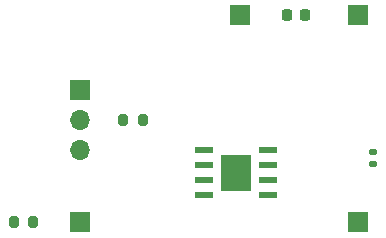
<source format=gbr>
%TF.GenerationSoftware,KiCad,Pcbnew,8.0.4*%
%TF.CreationDate,2024-08-01T19:49:29+02:00*%
%TF.ProjectId,amplification-board,616d706c-6966-4696-9361-74696f6e2d62,rev?*%
%TF.SameCoordinates,Original*%
%TF.FileFunction,Soldermask,Top*%
%TF.FilePolarity,Negative*%
%FSLAX46Y46*%
G04 Gerber Fmt 4.6, Leading zero omitted, Abs format (unit mm)*
G04 Created by KiCad (PCBNEW 8.0.4) date 2024-08-01 19:49:29*
%MOMM*%
%LPD*%
G01*
G04 APERTURE LIST*
G04 Aperture macros list*
%AMRoundRect*
0 Rectangle with rounded corners*
0 $1 Rounding radius*
0 $2 $3 $4 $5 $6 $7 $8 $9 X,Y pos of 4 corners*
0 Add a 4 corners polygon primitive as box body*
4,1,4,$2,$3,$4,$5,$6,$7,$8,$9,$2,$3,0*
0 Add four circle primitives for the rounded corners*
1,1,$1+$1,$2,$3*
1,1,$1+$1,$4,$5*
1,1,$1+$1,$6,$7*
1,1,$1+$1,$8,$9*
0 Add four rect primitives between the rounded corners*
20,1,$1+$1,$2,$3,$4,$5,0*
20,1,$1+$1,$4,$5,$6,$7,0*
20,1,$1+$1,$6,$7,$8,$9,0*
20,1,$1+$1,$8,$9,$2,$3,0*%
G04 Aperture macros list end*
%ADD10R,1.700000X1.700000*%
%ADD11R,1.550000X0.600000*%
%ADD12R,2.600000X3.100000*%
%ADD13RoundRect,0.225000X-0.225000X-0.250000X0.225000X-0.250000X0.225000X0.250000X-0.225000X0.250000X0*%
%ADD14RoundRect,0.200000X-0.200000X-0.275000X0.200000X-0.275000X0.200000X0.275000X-0.200000X0.275000X0*%
%ADD15RoundRect,0.200000X0.200000X0.275000X-0.200000X0.275000X-0.200000X-0.275000X0.200000X-0.275000X0*%
%ADD16RoundRect,0.135000X-0.185000X0.135000X-0.185000X-0.135000X0.185000X-0.135000X0.185000X0.135000X0*%
%ADD17O,1.700000X1.700000*%
G04 APERTURE END LIST*
D10*
%TO.C,J5*%
X154305000Y-102000000D03*
%TD*%
D11*
%TO.C,U1*%
X141285000Y-95885000D03*
X141285000Y-97155000D03*
X141285000Y-98425000D03*
X141285000Y-99695000D03*
X146685000Y-99695000D03*
X146685000Y-98425000D03*
X146685000Y-97155000D03*
X146685000Y-95885000D03*
D12*
X143985000Y-97790000D03*
%TD*%
D10*
%TO.C,J2*%
X154305000Y-84455000D03*
%TD*%
%TO.C,J1*%
X144305000Y-84455000D03*
%TD*%
D13*
%TO.C,C1*%
X148305000Y-84455000D03*
X149855000Y-84455000D03*
%TD*%
D14*
%TO.C,R1*%
X125175000Y-102000000D03*
X126825000Y-102000000D03*
%TD*%
D15*
%TO.C,R2*%
X136080000Y-93345000D03*
X134430000Y-93345000D03*
%TD*%
D16*
%TO.C,R3*%
X155575000Y-96010000D03*
X155575000Y-97030000D03*
%TD*%
D10*
%TO.C,J4*%
X130810000Y-102000000D03*
%TD*%
%TO.C,J3*%
X130810000Y-90805000D03*
D17*
X130810000Y-93345000D03*
X130810000Y-95885000D03*
%TD*%
M02*

</source>
